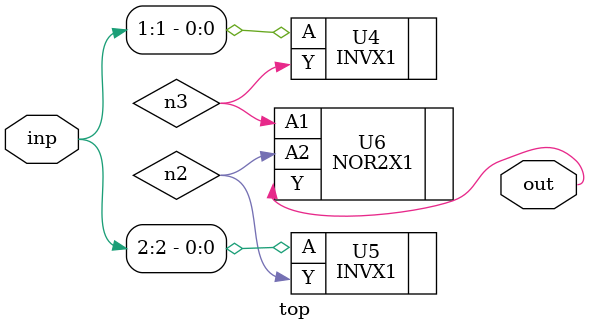
<source format=sv>


module top ( inp, out );
  input [2:0] inp;
  output out;
  wire   n2, n3;

  INVX1 U4 ( .A(inp[1]), .Y(n3) );
  INVX1 U5 ( .A(inp[2]), .Y(n2) );
  NOR2X1 U6 ( .A1(n3), .A2(n2), .Y(out) );
endmodule


</source>
